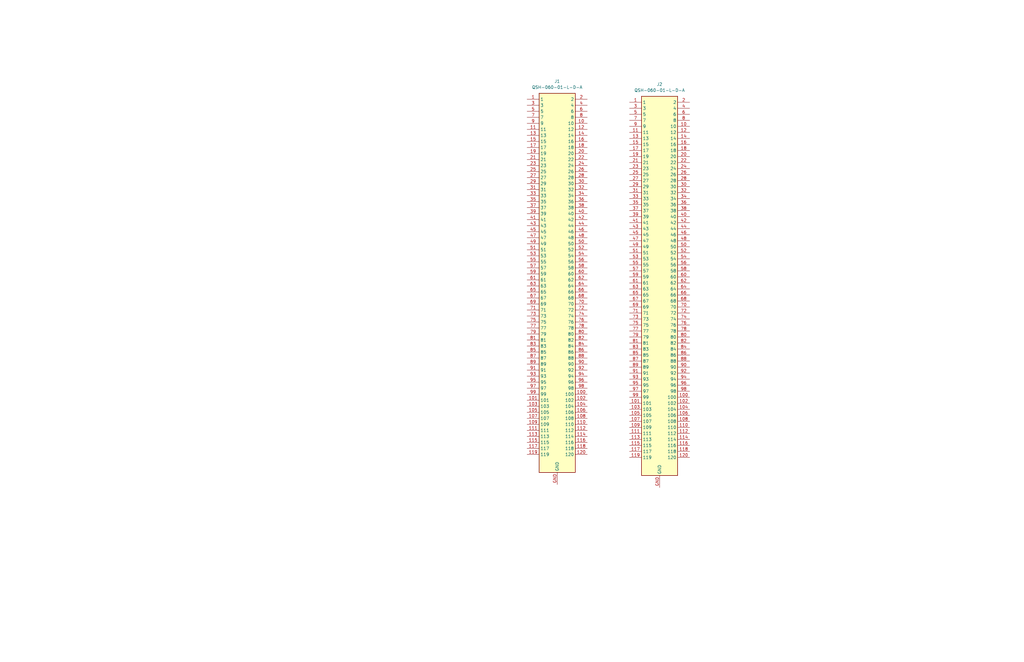
<source format=kicad_sch>
(kicad_sch (version 20250114) (generator "eeschema") (generator_version "9.0")
  (paper "USLedger")
  (lib_symbols
    (symbol "!Misc:QSH-060-01-L-D-A"
      (property "Reference" "J" (at 21.59 7.62 0))
      (property "Value" "QSH-060-01-L-D-A" (at 21.59 5.08 0))
      (symbol "QSH-060-01-L-D-A_1_1"
        (rectangle (start 5.08 2.54) (end 20.32 -157.48) (stroke (width 0.254)) (fill (type background)))
        (pin passive line (at 0 0 0) (length 5.08) (name "1") (number "1"))
        (pin passive line (at 0 -2.54 0) (length 5.08) (name "3") (number "3"))
        (pin passive line (at 0 -5.08 0) (length 5.08) (name "5") (number "5"))
        (pin passive line (at 0 -7.62 0) (length 5.08) (name "7") (number "7"))
        (pin passive line (at 0 -10.16 0) (length 5.08) (name "9") (number "9"))
        (pin passive line (at 0 -12.7 0) (length 5.08) (name "11") (number "11"))
        (pin passive line (at 0 -15.24 0) (length 5.08) (name "13") (number "13"))
        (pin passive line (at 0 -17.78 0) (length 5.08) (name "15") (number "15"))
        (pin passive line (at 0 -20.32 0) (length 5.08) (name "17") (number "17"))
        (pin passive line (at 0 -22.86 0) (length 5.08) (name "19") (number "19"))
        (pin passive line (at 0 -25.4 0) (length 5.08) (name "21") (number "21"))
        (pin passive line (at 0 -27.94 0) (length 5.08) (name "23") (number "23"))
        (pin passive line (at 0 -30.48 0) (length 5.08) (name "25") (number "25"))
        (pin passive line (at 0 -33.02 0) (length 5.08) (name "27") (number "27"))
        (pin passive line (at 0 -35.56 0) (length 5.08) (name "29") (number "29"))
        (pin passive line (at 0 -38.1 0) (length 5.08) (name "31") (number "31"))
        (pin passive line (at 0 -40.64 0) (length 5.08) (name "33") (number "33"))
        (pin passive line (at 0 -43.18 0) (length 5.08) (name "35") (number "35"))
        (pin passive line (at 0 -45.72 0) (length 5.08) (name "37") (number "37"))
        (pin passive line (at 0 -48.26 0) (length 5.08) (name "39") (number "39"))
        (pin passive line (at 0 -50.8 0) (length 5.08) (name "41") (number "41"))
        (pin passive line (at 0 -53.34 0) (length 5.08) (name "43") (number "43"))
        (pin passive line (at 0 -55.88 0) (length 5.08) (name "45") (number "45"))
        (pin passive line (at 0 -58.42 0) (length 5.08) (name "47") (number "47"))
        (pin passive line (at 0 -60.96 0) (length 5.08) (name "49") (number "49"))
        (pin passive line (at 0 -63.5 0) (length 5.08) (name "51") (number "51"))
        (pin passive line (at 0 -66.04 0) (length 5.08) (name "53") (number "53"))
        (pin passive line (at 0 -68.58 0) (length 5.08) (name "55") (number "55"))
        (pin passive line (at 0 -71.12 0) (length 5.08) (name "57") (number "57"))
        (pin passive line (at 0 -73.66 0) (length 5.08) (name "59") (number "59"))
        (pin passive line (at 0 -76.2 0) (length 5.08) (name "61") (number "61"))
        (pin passive line (at 0 -78.74 0) (length 5.08) (name "63") (number "63"))
        (pin passive line (at 0 -81.28 0) (length 5.08) (name "65") (number "65"))
        (pin passive line (at 0 -83.82 0) (length 5.08) (name "67") (number "67"))
        (pin passive line (at 0 -86.36 0) (length 5.08) (name "69") (number "69"))
        (pin passive line (at 0 -88.9 0) (length 5.08) (name "71") (number "71"))
        (pin passive line (at 0 -91.44 0) (length 5.08) (name "73") (number "73"))
        (pin passive line (at 0 -93.98 0) (length 5.08) (name "75") (number "75"))
        (pin passive line (at 0 -96.52 0) (length 5.08) (name "77") (number "77"))
        (pin passive line (at 0 -99.06 0) (length 5.08) (name "79") (number "79"))
        (pin passive line (at 0 -101.6 0) (length 5.08) (name "81") (number "81"))
        (pin passive line (at 0 -104.14 0) (length 5.08) (name "83") (number "83"))
        (pin passive line (at 0 -106.68 0) (length 5.08) (name "85") (number "85"))
        (pin passive line (at 0 -109.22 0) (length 5.08) (name "87") (number "87"))
        (pin passive line (at 0 -111.76 0) (length 5.08) (name "89") (number "89"))
        (pin passive line (at 0 -114.3 0) (length 5.08) (name "91") (number "91"))
        (pin passive line (at 0 -116.84 0) (length 5.08) (name "93") (number "93"))
        (pin passive line (at 0 -119.38 0) (length 5.08) (name "95") (number "95"))
        (pin passive line (at 0 -121.92 0) (length 5.08) (name "97") (number "97"))
        (pin passive line (at 0 -124.46 0) (length 5.08) (name "99") (number "99"))
        (pin passive line (at 0 -127 0) (length 5.08) (name "101") (number "101"))
        (pin passive line (at 0 -129.54 0) (length 5.08) (name "103") (number "103"))
        (pin passive line (at 0 -132.08 0) (length 5.08) (name "105") (number "105"))
        (pin passive line (at 0 -134.62 0) (length 5.08) (name "107") (number "107"))
        (pin passive line (at 0 -137.16 0) (length 5.08) (name "109") (number "109"))
        (pin passive line (at 0 -139.7 0) (length 5.08) (name "111") (number "111"))
        (pin passive line (at 0 -142.24 0) (length 5.08) (name "113") (number "113"))
        (pin passive line (at 0 -144.78 0) (length 5.08) (name "115") (number "115"))
        (pin passive line (at 0 -147.32 0) (length 5.08) (name "117") (number "117"))
        (pin passive line (at 0 -149.86 0) (length 5.08) (name "119") (number "119"))
        (pin passive line (at 12.7 -162.56 90) (length 5.08) (name "GND") (number "GND"))
        (pin passive line (at 25.4 0 180) (length 5.08) (name "2") (number "2"))
        (pin passive line (at 25.4 -2.54 180) (length 5.08) (name "4") (number "4"))
        (pin passive line (at 25.4 -5.08 180) (length 5.08) (name "6") (number "6"))
        (pin passive line (at 25.4 -7.62 180) (length 5.08) (name "8") (number "8"))
        (pin passive line (at 25.4 -10.16 180) (length 5.08) (name "10") (number "10"))
        (pin passive line (at 25.4 -12.7 180) (length 5.08) (name "12") (number "12"))
        (pin passive line (at 25.4 -15.24 180) (length 5.08) (name "14") (number "14"))
        (pin passive line (at 25.4 -17.78 180) (length 5.08) (name "16") (number "16"))
        (pin passive line (at 25.4 -20.32 180) (length 5.08) (name "18") (number "18"))
        (pin passive line (at 25.4 -22.86 180) (length 5.08) (name "20") (number "20"))
        (pin passive line (at 25.4 -25.4 180) (length 5.08) (name "22") (number "22"))
        (pin passive line (at 25.4 -27.94 180) (length 5.08) (name "24") (number "24"))
        (pin passive line (at 25.4 -30.48 180) (length 5.08) (name "26") (number "26"))
        (pin passive line (at 25.4 -33.02 180) (length 5.08) (name "28") (number "28"))
        (pin passive line (at 25.4 -35.56 180) (length 5.08) (name "30") (number "30"))
        (pin passive line (at 25.4 -38.1 180) (length 5.08) (name "32") (number "32"))
        (pin passive line (at 25.4 -40.64 180) (length 5.08) (name "34") (number "34"))
        (pin passive line (at 25.4 -43.18 180) (length 5.08) (name "36") (number "36"))
        (pin passive line (at 25.4 -45.72 180) (length 5.08) (name "38") (number "38"))
        (pin passive line (at 25.4 -48.26 180) (length 5.08) (name "40") (number "40"))
        (pin passive line (at 25.4 -50.8 180) (length 5.08) (name "42") (number "42"))
        (pin passive line (at 25.4 -53.34 180) (length 5.08) (name "44") (number "44"))
        (pin passive line (at 25.4 -55.88 180) (length 5.08) (name "46") (number "46"))
        (pin passive line (at 25.4 -58.42 180) (length 5.08) (name "48") (number "48"))
        (pin passive line (at 25.4 -60.96 180) (length 5.08) (name "50") (number "50"))
        (pin passive line (at 25.4 -63.5 180) (length 5.08) (name "52") (number "52"))
        (pin passive line (at 25.4 -66.04 180) (length 5.08) (name "54") (number "54"))
        (pin passive line (at 25.4 -68.58 180) (length 5.08) (name "56") (number "56"))
        (pin passive line (at 25.4 -71.12 180) (length 5.08) (name "58") (number "58"))
        (pin passive line (at 25.4 -73.66 180) (length 5.08) (name "60") (number "60"))
        (pin passive line (at 25.4 -76.2 180) (length 5.08) (name "62") (number "62"))
        (pin passive line (at 25.4 -78.74 180) (length 5.08) (name "64") (number "64"))
        (pin passive line (at 25.4 -81.28 180) (length 5.08) (name "66") (number "66"))
        (pin passive line (at 25.4 -83.82 180) (length 5.08) (name "68") (number "68"))
        (pin passive line (at 25.4 -86.36 180) (length 5.08) (name "70") (number "70"))
        (pin passive line (at 25.4 -88.9 180) (length 5.08) (name "72") (number "72"))
        (pin passive line (at 25.4 -91.44 180) (length 5.08) (name "74") (number "74"))
        (pin passive line (at 25.4 -93.98 180) (length 5.08) (name "76") (number "76"))
        (pin passive line (at 25.4 -96.52 180) (length 5.08) (name "78") (number "78"))
        (pin passive line (at 25.4 -99.06 180) (length 5.08) (name "80") (number "80"))
        (pin passive line (at 25.4 -101.6 180) (length 5.08) (name "82") (number "82"))
        (pin passive line (at 25.4 -104.14 180) (length 5.08) (name "84") (number "84"))
        (pin passive line (at 25.4 -106.68 180) (length 5.08) (name "86") (number "86"))
        (pin passive line (at 25.4 -109.22 180) (length 5.08) (name "88") (number "88"))
        (pin passive line (at 25.4 -111.76 180) (length 5.08) (name "90") (number "90"))
        (pin passive line (at 25.4 -114.3 180) (length 5.08) (name "92") (number "92"))
        (pin passive line (at 25.4 -116.84 180) (length 5.08) (name "94") (number "94"))
        (pin passive line (at 25.4 -119.38 180) (length 5.08) (name "96") (number "96"))
        (pin passive line (at 25.4 -121.92 180) (length 5.08) (name "98") (number "98"))
        (pin passive line (at 25.4 -124.46 180) (length 5.08) (name "100") (number "100"))
        (pin passive line (at 25.4 -127 180) (length 5.08) (name "102") (number "102"))
        (pin passive line (at 25.4 -129.54 180) (length 5.08) (name "104") (number "104"))
        (pin passive line (at 25.4 -132.08 180) (length 5.08) (name "106") (number "106"))
        (pin passive line (at 25.4 -134.62 180) (length 5.08) (name "108") (number "108"))
        (pin passive line (at 25.4 -137.16 180) (length 5.08) (name "110") (number "110"))
        (pin passive line (at 25.4 -139.7 180) (length 5.08) (name "112") (number "112"))
        (pin passive line (at 25.4 -142.24 180) (length 5.08) (name "114") (number "114"))
        (pin passive line (at 25.4 -144.78 180) (length 5.08) (name "116") (number "116"))
        (pin passive line (at 25.4 -147.32 180) (length 5.08) (name "118") (number "118"))
        (pin passive line (at 25.4 -149.86 180) (length 5.08) (name "120") (number "120"))
      )
    )
  )
  (symbol (lib_id "!Misc:QSH-060-01-L-D-A") (at 222.25 41.91 0) (unit 1)
    (property "Reference" "J1" (at 234.95 34.29 0))
    (property "Value" "QSH-060-01-L-D-A" (at 234.95 36.83 0))
    (property "Footprint" "!Misc:SAMTEC_QSH-060-01-X-D-A" (effects (hide yes)))
    (property "Datasheet" "https://mm.digikey.com/Volume0/opasdata/d220001/medias/docus/6129/qsh-xxx-01-x-d-xxx-x-xx-mkt.pdf" (effects (hide yes)))
    (property "Description" "120 Position Connector Receptacle, Center Strip Contacts" (effects (hide yes)))
  )
  (symbol (lib_id "!Misc:QSH-060-01-L-D-A") (at 265.43 43.18 0) (unit 1)
    (property "Reference" "J2" (at 278.13 35.56 0))
    (property "Value" "QSH-060-01-L-D-A" (at 278.13 38.1 0))
    (property "Footprint" "!Misc:SAMTEC_QSH-060-01-X-D-A" (effects (hide yes)))
    (property "Datasheet" "https://mm.digikey.com/Volume0/opasdata/d220001/medias/docus/6129/qsh-xxx-01-x-d-xxx-x-xx-mkt.pdf" (effects (hide yes)))
    (property "Description" "120 Position Connector Receptacle, Center Strip Contacts" (effects (hide yes)))
  )
)
</source>
